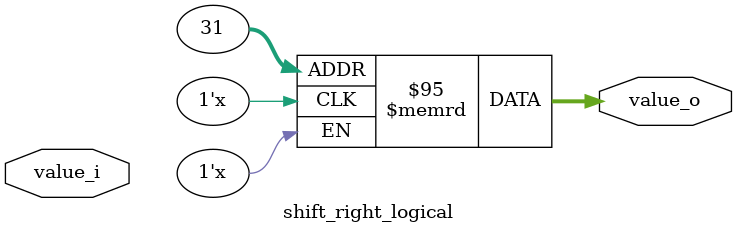
<source format=sv>
module shift_right_logical #(parameter logic [4:0] N = 1'b0)(
	input logic [31:0] value_i,
	output logic [31:0] value_o
	);
	
	logic [31:0] cond;
	decode_dif DE0(.N_i(N), .Y_o(cond));
	
	logic [31:0] temp [32];
	
	mux2to1_32bit M0(value_i, {1'b0, value_i[31:1]}, cond[0], temp[0]); 
	mux2to1_32bit M1(temp[0], {1'b0, temp[0][31:1]}, cond[1], temp[1]); 
	mux2to1_32bit M2(temp[1], {1'b0, temp[1][31:1]}, cond[2], temp[2]); 
	mux2to1_32bit M3(temp[2], {1'b0, temp[2][31:1]}, cond[3], temp[3]); 
	mux2to1_32bit M4(temp[3], {1'b0, temp[3][31:1]}, cond[4], temp[4]); 
	mux2to1_32bit M5(temp[4], {1'b0, temp[4][31:1]}, cond[5], temp[5]); 
	mux2to1_32bit M6(temp[5], {1'b0, temp[5][31:1]}, cond[6], temp[6]); 
	mux2to1_32bit M7(temp[6], {1'b0, temp[6][31:1]}, cond[7], temp[7]); 
	mux2to1_32bit M8(temp[7], {1'b0, temp[7][31:1]}, cond[8], temp[8]); 
	mux2to1_32bit M9(temp[8], {1'b0, temp[8][31:1]}, cond[9], temp[9]); 
	mux2to1_32bit M10(temp[9], {1'b0, temp[9][31:1]}, cond[10], temp[10]); 
	mux2to1_32bit M11(temp[10], {1'b0, temp[10][31:1]}, cond[11], temp[11]); 
	mux2to1_32bit M12(temp[11], {1'b0, temp[11][31:1]}, cond[12], temp[12]); 
	mux2to1_32bit M13(temp[12], {1'b0, temp[12][31:1]}, cond[13], temp[13]); 
	mux2to1_32bit M14(temp[13], {1'b0, temp[13][31:1]}, cond[14], temp[14]); 
	mux2to1_32bit M15(temp[14], {1'b0, temp[14][31:1]}, cond[15], temp[15]); 
	mux2to1_32bit M16(temp[15], {1'b0, temp[15][31:1]}, cond[16], temp[16]); 
	mux2to1_32bit M17(temp[16], {1'b0, temp[16][31:1]}, cond[17], temp[17]); 
	mux2to1_32bit M18(temp[17], {1'b0, temp[17][31:1]}, cond[18], temp[18]); 
	mux2to1_32bit M19(temp[18], {1'b0, temp[18][31:1]}, cond[19], temp[19]); 
	mux2to1_32bit M20(temp[19], {1'b0, temp[19][31:1]}, cond[20], temp[20]); 
	mux2to1_32bit M21(temp[20], {1'b0, temp[20][31:1]}, cond[21], temp[21]); 
	mux2to1_32bit M22(temp[21], {1'b0, temp[21][31:1]}, cond[22], temp[22]); 
	mux2to1_32bit M23(temp[22], {1'b0, temp[22][31:1]}, cond[23], temp[23]); 
	mux2to1_32bit M24(temp[23], {1'b0, temp[23][31:1]}, cond[24], temp[24]); 
	mux2to1_32bit M25(temp[24], {1'b0, temp[24][31:1]}, cond[25], temp[25]); 
	mux2to1_32bit M26(temp[25], {1'b0, temp[25][31:1]}, cond[26], temp[26]); 
	mux2to1_32bit M27(temp[26], {1'b0, temp[26][31:1]}, cond[27], temp[27]); 
	mux2to1_32bit M28(temp[27], {1'b0, temp[27][31:1]}, cond[28], temp[28]); 
	mux2to1_32bit M29(temp[28], {1'b0, temp[28][31:1]}, cond[29], temp[29]); 
	mux2to1_32bit M30(temp[29], {1'b0, temp[29][31:1]}, cond[30], temp[30]); 
	mux2to1_32bit M31(temp[30], {1'b0, temp[30][31:1]}, cond[31], temp[31]); 
	
	assign value_o = temp[31];
	
	
	
endmodule

</source>
